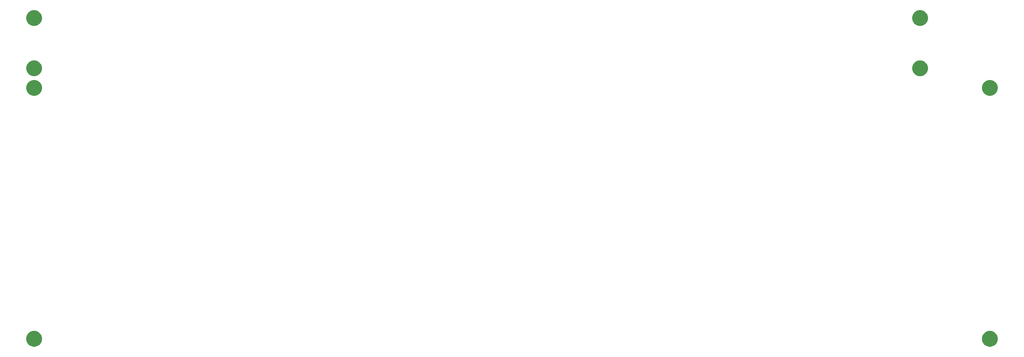
<source format=gts>
G04 #@! TF.GenerationSoftware,KiCad,Pcbnew,(5.1.4)-1*
G04 #@! TF.CreationDate,2023-05-14T00:04:49+08:00*
G04 #@! TF.ProjectId,bottom,626f7474-6f6d-42e6-9b69-6361645f7063,rev?*
G04 #@! TF.SameCoordinates,Original*
G04 #@! TF.FileFunction,Soldermask,Top*
G04 #@! TF.FilePolarity,Negative*
%FSLAX46Y46*%
G04 Gerber Fmt 4.6, Leading zero omitted, Abs format (unit mm)*
G04 Created by KiCad (PCBNEW (5.1.4)-1) date 2023-05-14 00:04:49*
%MOMM*%
%LPD*%
G04 APERTURE LIST*
%ADD10C,1.000000*%
G04 APERTURE END LIST*
D10*
G36*
X-6867888Y-81897488D02*
G01*
X-6487175Y-81973216D01*
X-6077519Y-82142901D01*
X-5708839Y-82389246D01*
X-5395302Y-82702783D01*
X-5148957Y-83071463D01*
X-4979272Y-83481119D01*
X-4892768Y-83916008D01*
X-4892768Y-84359416D01*
X-4979272Y-84794305D01*
X-5148957Y-85203961D01*
X-5395302Y-85572641D01*
X-5708839Y-85886178D01*
X-6077519Y-86132523D01*
X-6487175Y-86302208D01*
X-6867888Y-86377936D01*
X-6922063Y-86388712D01*
X-7365473Y-86388712D01*
X-7419648Y-86377936D01*
X-7800361Y-86302208D01*
X-8210017Y-86132523D01*
X-8578697Y-85886178D01*
X-8892234Y-85572641D01*
X-9138579Y-85203961D01*
X-9308264Y-84794305D01*
X-9394768Y-84359416D01*
X-9394768Y-83916008D01*
X-9308264Y-83481119D01*
X-9138579Y-83071463D01*
X-8892234Y-82702783D01*
X-8578697Y-82389246D01*
X-8210017Y-82142901D01*
X-7800361Y-81973216D01*
X-7419648Y-81897488D01*
X-7365473Y-81886712D01*
X-6922063Y-81886712D01*
X-6867888Y-81897488D01*
X-6867888Y-81897488D01*
G37*
G36*
X264595296Y-81897488D02*
G01*
X264976009Y-81973216D01*
X265385665Y-82142901D01*
X265754345Y-82389246D01*
X266067882Y-82702783D01*
X266314227Y-83071463D01*
X266483912Y-83481119D01*
X266570416Y-83916008D01*
X266570416Y-84359416D01*
X266483912Y-84794305D01*
X266314227Y-85203961D01*
X266067882Y-85572641D01*
X265754345Y-85886178D01*
X265385665Y-86132523D01*
X264976009Y-86302208D01*
X264595296Y-86377936D01*
X264541121Y-86388712D01*
X264097711Y-86388712D01*
X264043536Y-86377936D01*
X263662823Y-86302208D01*
X263253167Y-86132523D01*
X262884487Y-85886178D01*
X262570950Y-85572641D01*
X262324605Y-85203961D01*
X262154920Y-84794305D01*
X262068416Y-84359416D01*
X262068416Y-83916008D01*
X262154920Y-83481119D01*
X262324605Y-83071463D01*
X262570950Y-82702783D01*
X262884487Y-82389246D01*
X263253167Y-82142901D01*
X263662823Y-81973216D01*
X264043536Y-81897488D01*
X264097711Y-81886712D01*
X264541121Y-81886712D01*
X264595296Y-81897488D01*
X264595296Y-81897488D01*
G37*
G36*
X264595296Y-10459808D02*
G01*
X264976009Y-10535536D01*
X265385665Y-10705221D01*
X265754345Y-10951566D01*
X266067882Y-11265103D01*
X266314227Y-11633783D01*
X266483912Y-12043439D01*
X266570416Y-12478328D01*
X266570416Y-12921736D01*
X266483912Y-13356625D01*
X266314227Y-13766281D01*
X266067882Y-14134961D01*
X265754345Y-14448498D01*
X265385665Y-14694843D01*
X264976009Y-14864528D01*
X264595296Y-14940256D01*
X264541121Y-14951032D01*
X264097711Y-14951032D01*
X264043536Y-14940256D01*
X263662823Y-14864528D01*
X263253167Y-14694843D01*
X262884487Y-14448498D01*
X262570950Y-14134961D01*
X262324605Y-13766281D01*
X262154920Y-13356625D01*
X262068416Y-12921736D01*
X262068416Y-12478328D01*
X262154920Y-12043439D01*
X262324605Y-11633783D01*
X262570950Y-11265103D01*
X262884487Y-10951566D01*
X263253167Y-10705221D01*
X263662823Y-10535536D01*
X264043536Y-10459808D01*
X264097711Y-10449032D01*
X264541121Y-10449032D01*
X264595296Y-10459808D01*
X264595296Y-10459808D01*
G37*
G36*
X-6867888Y-10459808D02*
G01*
X-6487175Y-10535536D01*
X-6077519Y-10705221D01*
X-5708839Y-10951566D01*
X-5395302Y-11265103D01*
X-5148957Y-11633783D01*
X-4979272Y-12043439D01*
X-4892768Y-12478328D01*
X-4892768Y-12921736D01*
X-4979272Y-13356625D01*
X-5148957Y-13766281D01*
X-5395302Y-14134961D01*
X-5708839Y-14448498D01*
X-6077519Y-14694843D01*
X-6487175Y-14864528D01*
X-6867888Y-14940256D01*
X-6922063Y-14951032D01*
X-7365473Y-14951032D01*
X-7419648Y-14940256D01*
X-7800361Y-14864528D01*
X-8210017Y-14694843D01*
X-8578697Y-14448498D01*
X-8892234Y-14134961D01*
X-9138579Y-13766281D01*
X-9308264Y-13356625D01*
X-9394768Y-12921736D01*
X-9394768Y-12478328D01*
X-9308264Y-12043439D01*
X-9138579Y-11633783D01*
X-8892234Y-11265103D01*
X-8578697Y-10951566D01*
X-8210017Y-10705221D01*
X-7800361Y-10535536D01*
X-7419648Y-10459808D01*
X-7365473Y-10449032D01*
X-6922063Y-10449032D01*
X-6867888Y-10459808D01*
X-6867888Y-10459808D01*
G37*
G36*
X244751498Y-4903546D02*
G01*
X245132211Y-4979274D01*
X245541867Y-5148959D01*
X245910547Y-5395304D01*
X246224084Y-5708841D01*
X246470429Y-6077521D01*
X246640114Y-6487177D01*
X246726618Y-6922066D01*
X246726618Y-7365474D01*
X246640114Y-7800363D01*
X246470429Y-8210019D01*
X246224084Y-8578699D01*
X245910547Y-8892236D01*
X245541867Y-9138581D01*
X245132211Y-9308266D01*
X244751498Y-9383994D01*
X244697323Y-9394770D01*
X244253913Y-9394770D01*
X244199738Y-9383994D01*
X243819025Y-9308266D01*
X243409369Y-9138581D01*
X243040689Y-8892236D01*
X242727152Y-8578699D01*
X242480807Y-8210019D01*
X242311122Y-7800363D01*
X242224618Y-7365474D01*
X242224618Y-6922066D01*
X242311122Y-6487177D01*
X242480807Y-6077521D01*
X242727152Y-5708841D01*
X243040689Y-5395304D01*
X243409369Y-5148959D01*
X243819025Y-4979274D01*
X244199738Y-4903546D01*
X244253913Y-4892770D01*
X244697323Y-4892770D01*
X244751498Y-4903546D01*
X244751498Y-4903546D01*
G37*
G36*
X-6867888Y-4903546D02*
G01*
X-6487175Y-4979274D01*
X-6077519Y-5148959D01*
X-5708839Y-5395304D01*
X-5395302Y-5708841D01*
X-5148957Y-6077521D01*
X-4979272Y-6487177D01*
X-4892768Y-6922066D01*
X-4892768Y-7365474D01*
X-4979272Y-7800363D01*
X-5148957Y-8210019D01*
X-5395302Y-8578699D01*
X-5708839Y-8892236D01*
X-6077519Y-9138581D01*
X-6487175Y-9308266D01*
X-6867888Y-9383994D01*
X-6922063Y-9394770D01*
X-7365473Y-9394770D01*
X-7419648Y-9383994D01*
X-7800361Y-9308266D01*
X-8210017Y-9138581D01*
X-8578697Y-8892236D01*
X-8892234Y-8578699D01*
X-9138579Y-8210019D01*
X-9308264Y-7800363D01*
X-9394768Y-7365474D01*
X-9394768Y-6922066D01*
X-9308264Y-6487177D01*
X-9138579Y-6077521D01*
X-8892234Y-5708841D01*
X-8578697Y-5395304D01*
X-8210017Y-5148959D01*
X-7800361Y-4979274D01*
X-7419648Y-4903546D01*
X-7365473Y-4892770D01*
X-6922063Y-4892770D01*
X-6867888Y-4903546D01*
X-6867888Y-4903546D01*
G37*
G36*
X244751498Y9383992D02*
G01*
X245132211Y9308264D01*
X245541867Y9138579D01*
X245910547Y8892234D01*
X246224084Y8578697D01*
X246470429Y8210017D01*
X246640114Y7800361D01*
X246726618Y7365472D01*
X246726618Y6922064D01*
X246640114Y6487175D01*
X246470429Y6077519D01*
X246224084Y5708839D01*
X245910547Y5395302D01*
X245541867Y5148957D01*
X245132211Y4979272D01*
X244751498Y4903544D01*
X244697323Y4892768D01*
X244253913Y4892768D01*
X244199738Y4903544D01*
X243819025Y4979272D01*
X243409369Y5148957D01*
X243040689Y5395302D01*
X242727152Y5708839D01*
X242480807Y6077519D01*
X242311122Y6487175D01*
X242224618Y6922064D01*
X242224618Y7365472D01*
X242311122Y7800361D01*
X242480807Y8210017D01*
X242727152Y8578697D01*
X243040689Y8892234D01*
X243409369Y9138579D01*
X243819025Y9308264D01*
X244199738Y9383992D01*
X244253913Y9394768D01*
X244697323Y9394768D01*
X244751498Y9383992D01*
X244751498Y9383992D01*
G37*
G36*
X-6867888Y9383992D02*
G01*
X-6487175Y9308264D01*
X-6077519Y9138579D01*
X-5708839Y8892234D01*
X-5395302Y8578697D01*
X-5148957Y8210017D01*
X-4979272Y7800361D01*
X-4892768Y7365472D01*
X-4892768Y6922064D01*
X-4979272Y6487175D01*
X-5148957Y6077519D01*
X-5395302Y5708839D01*
X-5708839Y5395302D01*
X-6077519Y5148957D01*
X-6487175Y4979272D01*
X-6867888Y4903544D01*
X-6922063Y4892768D01*
X-7365473Y4892768D01*
X-7419648Y4903544D01*
X-7800361Y4979272D01*
X-8210017Y5148957D01*
X-8578697Y5395302D01*
X-8892234Y5708839D01*
X-9138579Y6077519D01*
X-9308264Y6487175D01*
X-9394768Y6922064D01*
X-9394768Y7365472D01*
X-9308264Y7800361D01*
X-9138579Y8210017D01*
X-8892234Y8578697D01*
X-8578697Y8892234D01*
X-8210017Y9138579D01*
X-7800361Y9308264D01*
X-7419648Y9383992D01*
X-7365473Y9394768D01*
X-6922063Y9394768D01*
X-6867888Y9383992D01*
X-6867888Y9383992D01*
G37*
M02*

</source>
